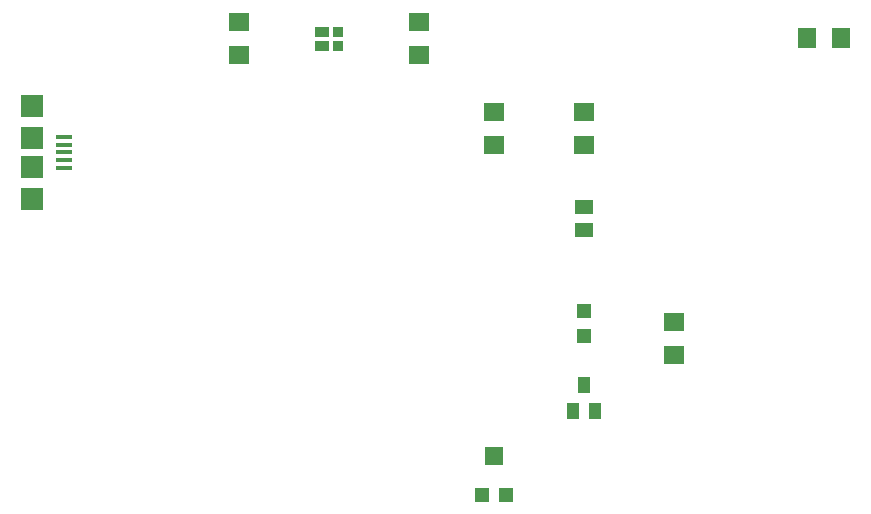
<source format=gtp>
G04 EAGLE Gerber RS-274X export*
G75*
%MOMM*%
%FSLAX34Y34*%
%LPD*%
%INSolderpaste Top*%
%IPPOS*%
%AMOC8*
5,1,8,0,0,1.08239X$1,22.5*%
G01*
%ADD10R,1.800000X1.600000*%
%ADD11R,1.346200X0.381000*%
%ADD12R,1.900000X1.900000*%
%ADD13R,1.200000X1.200000*%
%ADD14R,1.803000X1.600000*%
%ADD15R,1.600000X1.500000*%
%ADD16R,1.500000X1.300000*%
%ADD17R,1.000000X1.400000*%
%ADD18R,1.600000X1.803000*%
%ADD19R,0.950000X0.850000*%
%ADD20R,1.150000X0.850000*%
%ADD21R,1.150000X0.970000*%
%ADD22R,0.950000X0.970000*%


D10*
X-876300Y481300D03*
X-876300Y509300D03*
D11*
X-1024810Y411780D03*
X-1024810Y405280D03*
X-1024810Y398780D03*
X-1024810Y392280D03*
X-1024810Y385780D03*
D12*
X-1051560Y438280D03*
X-1051560Y410780D03*
X-1051560Y386780D03*
X-1051560Y359280D03*
D13*
X-584200Y243500D03*
X-584200Y264500D03*
D14*
X-723900Y481080D03*
X-723900Y509520D03*
D13*
X-670400Y109000D03*
X-650400Y109000D03*
D15*
X-660400Y141500D03*
D16*
X-584200Y333400D03*
X-584200Y352400D03*
D17*
X-584200Y201500D03*
X-574700Y179500D03*
X-593700Y179500D03*
D14*
X-660400Y433320D03*
X-660400Y404880D03*
X-508000Y227080D03*
X-508000Y255520D03*
X-584200Y433320D03*
X-584200Y404880D03*
D18*
X-366780Y495300D03*
X-395220Y495300D03*
D19*
X-792850Y489000D03*
D20*
X-806350Y489000D03*
D21*
X-806350Y501000D03*
D22*
X-792850Y501000D03*
M02*

</source>
